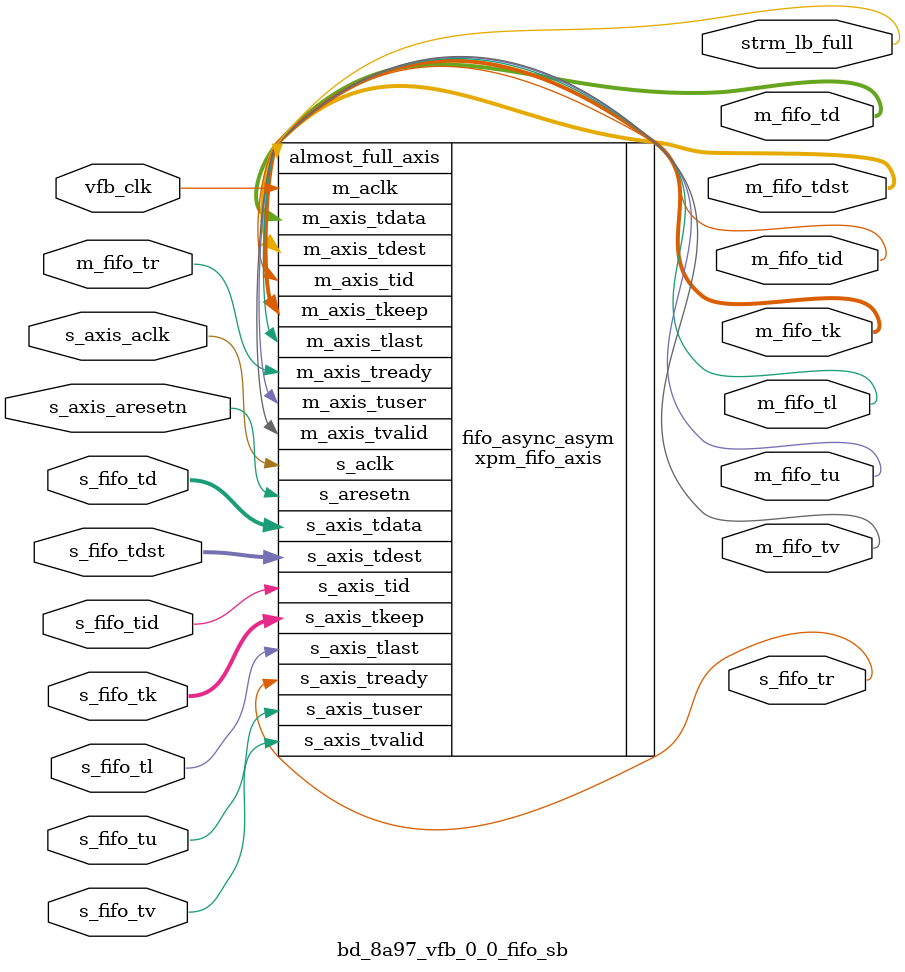
<source format=v>
`timescale 1ps/1ps
module bd_8a97_vfb_0_0_fifo_sb (
  input            s_axis_aclk    ,

  input         s_axis_aresetn ,
  input            vfb_clk        ,
  output    s_fifo_tr      ,
  input     s_fifo_tv      ,
  input      [64-1:0]  s_fifo_td      ,
  input      s_fifo_tid    ,   
  input      [1-1:0]  s_fifo_tu      ,
  input [9:0]      s_fifo_tdst      ,
  input      [8-1:0] s_fifo_tk      ,
  input      s_fifo_tl      ,
  input     m_fifo_tr      ,
  output     m_fifo_tv      ,
  output   [64-1:0]   m_fifo_td      ,
  output      m_fifo_tid    ,   
  output [9:0]    m_fifo_tdst    ,   
  output   [1-1:0]  m_fifo_tu      ,
  output    [8-1:0] m_fifo_tk      ,
  output      m_fifo_tl     , 
  output  strm_lb_full   
);

xpm_fifo_axis#(
      .CLOCKING_MODE("independent_clock"), // String
      .ECC_MODE("no_ecc"),            // String
      .FIFO_DEPTH(4096),              // DECIMAL
      .FIFO_MEMORY_TYPE("block"),      // String
      .PACKET_FIFO("false"),          // String
      .PROG_EMPTY_THRESH(10),         // DECIMAL
      .PROG_FULL_THRESH(4091),          // DECIMAL
      .RD_DATA_COUNT_WIDTH(1),        // DECIMAL
      .RELATED_CLOCKS(0),             // DECIMAL
      .SIM_ASSERT_CHK(0),             // DECIMAL; 0=disable simulation messages, 1=enable simulation messages
      .TDATA_WIDTH(64),               // DECIMAL
      .TDEST_WIDTH(10),                // DECIMAL
      .TID_WIDTH(1),                  // DECIMAL
      .TUSER_WIDTH(1),                // DECIMAL
      .USE_ADV_FEATURES("1008"),      // String
      .WR_DATA_COUNT_WIDTH(1)         // DECIMAL
 ) fifo_async_asym(
  .s_aclk            (s_axis_aclk    ),
  .s_aresetn         (s_axis_aresetn ),
  .m_aclk            (vfb_clk        ),
  .s_axis_tready     (s_fifo_tr      ),
  .s_axis_tvalid     (s_fifo_tv      ),
  .s_axis_tdata      (s_fifo_td      ),
  .s_axis_tid      ( s_fifo_tid      ),
  .s_axis_tuser      (s_fifo_tu      ),
  .s_axis_tdest      (s_fifo_tdst      ),
  .s_axis_tkeep      (s_fifo_tk      ),
  .s_axis_tlast      (s_fifo_tl      ),
  .m_axis_tready     (m_fifo_tr      ),
  .m_axis_tvalid     (m_fifo_tv      ),
  .m_axis_tdata      (m_fifo_td      ),
  .m_axis_tid        (m_fifo_tid      ),
  .m_axis_tdest      (m_fifo_tdst     ),
  .m_axis_tuser      (m_fifo_tu      ),
  .m_axis_tkeep      (m_fifo_tk      ),
  .m_axis_tlast      (m_fifo_tl      ),
  .almost_full_axis  (strm_lb_full   )
);
endmodule

</source>
